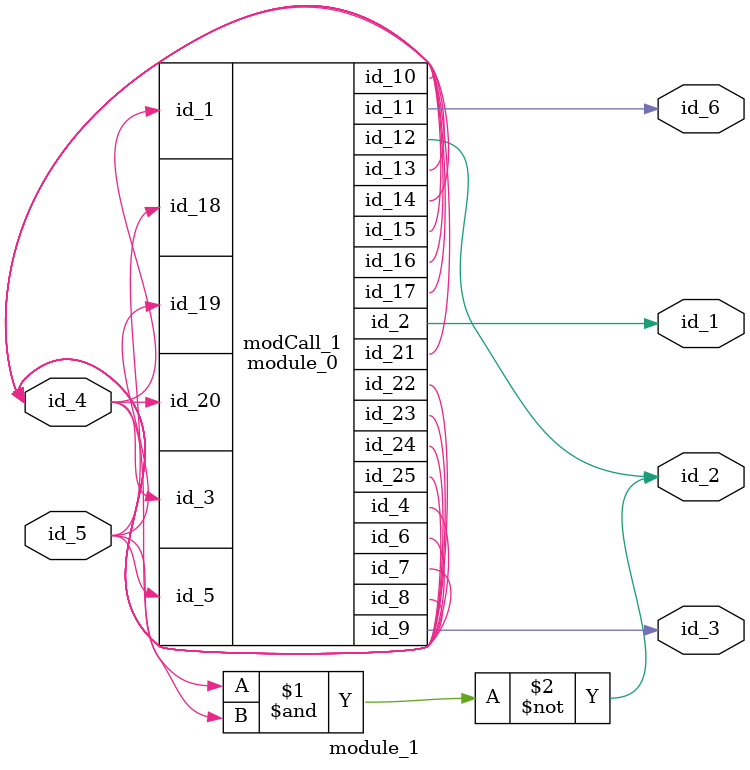
<source format=v>
module module_0 (
    id_1,
    id_2,
    id_3,
    id_4,
    id_5,
    id_6,
    id_7,
    id_8,
    id_9,
    id_10,
    id_11,
    id_12,
    id_13,
    id_14,
    id_15,
    id_16,
    id_17,
    id_18,
    id_19,
    id_20,
    id_21,
    id_22,
    id_23,
    id_24,
    id_25
);
  inout wire id_25;
  inout wire id_24;
  inout wire id_23;
  inout wire id_22;
  output wire id_21;
  input wire id_20;
  input wire id_19;
  input wire id_18;
  inout wire id_17;
  inout wire id_16;
  output wire id_15;
  output wire id_14;
  inout wire id_13;
  output wire id_12;
  output wire id_11;
  inout wire id_10;
  output wire id_9;
  inout wire id_8;
  inout wire id_7;
  inout wire id_6;
  input wire id_5;
  inout wire id_4;
  input wire id_3;
  output wire id_2;
  input wire id_1;
endmodule
module module_1 (
    id_1,
    id_2,
    id_3,
    id_4,
    id_5,
    id_6
);
  output wire id_6;
  nand primCall (id_2, id_4, id_5);
  input wire id_5;
  module_0 modCall_1 (
      id_4,
      id_1,
      id_4,
      id_4,
      id_5,
      id_4,
      id_4,
      id_4,
      id_3,
      id_4,
      id_6,
      id_2,
      id_4,
      id_4,
      id_4,
      id_4,
      id_4,
      id_5,
      id_5,
      id_4,
      id_4,
      id_4,
      id_4,
      id_4,
      id_4
  );
  inout wire id_4;
  output wire id_3;
  output wire id_2;
  output wire id_1;
  wire id_7;
endmodule

</source>
